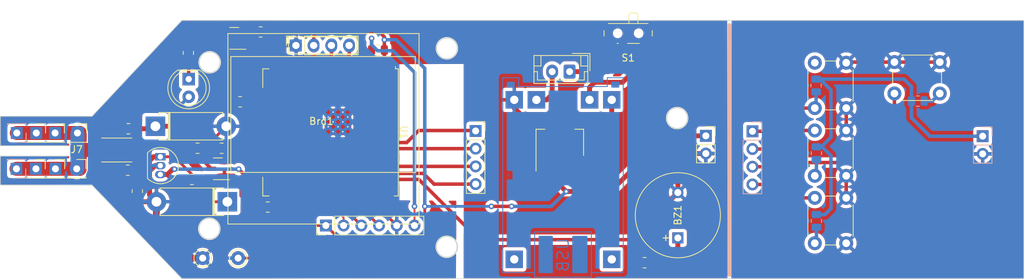
<source format=kicad_pcb>
(kicad_pcb (version 20221018) (generator pcbnew)
  (title_block (title "Control tool for car") (company "@Manyjack, @svdpfaf"))
  (layers (0 "F.Cu" signal) (31 "B.Cu" signal) (34 "B.Paste" user) (35 "F.Paste" user) (36 "B.SilkS" user "B.Silkscreen") (37 "F.SilkS" user "F.Silkscreen") (38 "B.Mask" user) (39 "F.Mask" user) (44 "Edge.Cuts" user))
  (net 0 "")
  (net 1 "GND")
  (net 2 "MC_REF")
  (net 3 "Key1")
  (net 4 "Key3")
  (net 5 "MC_D9")
  (net 6 "Key2")
  (net 7 "DSP_SDA")
  (net 8 "DSP_SCK")
  (net 9 "MC_A7")
  (net 10 "VCC")
  (net 11 "Net-(D1-K)")
  (net 12 "Net-(Q2-D)")
  (net 13 "ESP_IO0")
  (net 19 "Net-(D3-K)")
  (net 21 "Net-(BZ1-Pad1)")
  (net 29 "unconnected-(U1-IO2-Pad24)")
  (net 32 "ESP_RX")
  (net 33 "ESP_TX")
  (net 36 "SHUNT")
  (net 37 "Net-(J5-Pad2)")
  (net 39 "Net-(S1-P)")
  (net 41 "Key4")
  (net 42 "MK_BUZZ")
  (net 43 "ESP_RES")
  (net 44 "Net-(S1-O)")
  (net 47 "unconnected-(U3-VI-Pad3)")
  (net 48 "Net-(Q2-G)")
  (net 50 "Net-(Q1-G)")
  (net 51 "Net-(Q1-D)")
  (net 52 "MC_LIGNT")
  (footprint "Connector_JST:JST_EH_B2B-EH-A_1x02_P2.50mm_Vertical" (layer "F.Cu") (at 149.586 101.3412 180)
    (fp_text reference "J5" hide)
    (fp_text value "JST_02" hide)
  )
  (footprint "Connector_PinSocket_2.54mm:PinSocket_1x01_P2.54mm_Vertical" (layer "F.Cu") (at 79.0448 110.1344)
    (fp_text reference "J6" hide)
    (fp_text value "Conn_01x01_Pin" hide)
  )
  (footprint "Connector_PinSocket_2.54mm:PinSocket_1x01_P2.54mm_Vertical" (layer "F.Cu") (at 75.8952 115.2652)
    (fp_text reference "J16" hide)
    (fp_text value "Conn_01x01_Pin" hide)
  )
  (footprint "Connector_PinSocket_2.54mm:PinSocket_1x04_P2.54mm_Vertical" (layer "F.Cu") (at 136.1182 109.8396)
    (fp_text reference "J12" hide)
    (fp_text value "PINHD_1x4_Female" hide)
  )
  (footprint "Resistor_SMD:R_0805_2012Metric" (layer "F.Cu") (at 106.3244 120.7516 180)
    (fp_text reference "R11" hide)
    (fp_text value "10K" hide)
  )
  (footprint "Resistor_SMD:R_0805_2012Metric" (layer "F.Cu") (at 102.3639 105.664)
    (fp_text reference "R15" hide)
    (fp_text value "100" hide)
  )
  (footprint "Connector_PinSocket_2.54mm:PinSocket_1x01_P2.54mm_Vertical" (layer "F.Cu") (at 73.152 110.1344)
    (fp_text reference "J13" hide)
    (fp_text value "Conn_01x01_Pin" hide)
  )
  (footprint "Resistor_SMD:R_0805_2012Metric" (layer "F.Cu") (at 160.3267 128.7272 180)
    (fp_text reference "R14" hide)
    (fp_text value "380" hide)
  )
  (footprint "Diode_THT:D_5W_P10.16mm_Horizontal" (layer "F.Cu") (at 90.2208 109.1692)
    (fp_text reference "D2" hide)
    (fp_text value "3V3" hide)
  )
  (footprint "Resistor_SMD:R_0805_2012Metric" (layer "F.Cu") (at 96.2641 112.3188 180)
    (fp_text reference "R5" hide)
    (fp_text value "10K" hide)
  )
  (footprint "Package_TO_SOT_SMD:SOT-223-3_TabPin2" (layer "F.Cu") (at 148.184 111.5056 90)
    (fp_text reference "U3" hide)
    (fp_text value "AMS1117-3.3" hide)
  )
  (footprint "Button_Switch_THT:SW_PUSH_6mm_H4.3mm" (layer "F.Cu") (at 196.1388 99.9744)
    (fp_text reference "SW4" hide)
    (fp_text value "Push_Button" hide)
  )
  (footprint "RF_Module:ESP32-WROOM-32UE" (layer "F.Cu") (at 115.3204 110.0452 -90)
    (fp_text reference "U1")
    (fp_text value "ESP32-WROOM-32" hide)
  )
  (footprint "Package_TO_SOT_SMD:SOT-23" (layer "F.Cu") (at 99.1847 115.2652 180)
    (fp_text reference "Q2" hide)
    (fp_text value "AOT3400" hide)
  )
  (footprint "Resistor_SMD:R_0805_2012Metric" (layer "F.Cu") (at 86.36 109.5248 180)
    (fp_text reference "R6" hide)
    (fp_text value "100K" hide)
  )
  (footprint "Resistor_SMD:R_0805_2012Metric" (layer "F.Cu") (at 105.3103 95.6564)
    (fp_text reference "R16" hide)
    (fp_text value "100" hide)
  )
  (footprint "Connector_PinSocket_2.54mm:PinSocket_1x01_P2.54mm_Vertical" (layer "F.Cu") (at 78.9432 115.2652)
    (fp_text reference "J7")
    (fp_text value "Conn_01x01_Pin" hide)
  )
  (footprint "Connector_PinSocket_2.54mm:PinSocket_1x01_P2.54mm_Vertical" (layer "F.Cu") (at 73.1012 115.2652)
    (fp_text reference "J15" hide)
    (fp_text value "Conn_01x01_Pin" hide)
  )
  (footprint "Resistor_SMD:R_2512_6332Metric" (layer "F.Cu") (at 84.6836 112.5728 180)
    (fp_text reference "R1" hide)
    (fp_text value "100" hide)
  )
  (footprint "Diode_THT:D_5W_P10.16mm_Horizontal" (layer "F.Cu") (at 100.5332 119.9896 180)
    (fp_text reference "D1" hide)
    (fp_text value "36V0" hide)
  )
  (footprint "Resistor_SMD:R_0805_2012Metric" (layer "F.Cu") (at 86.2584 115.4684 180)
    (fp_text reference "R2" hide)
    (fp_text value "5k" hide)
  )
  (footprint "Connector_PinSocket_2.54mm:PinSocket_1x04_P2.54mm_Vertical" (layer "F.Cu") (at 110.3376 97.5868 90)
    (fp_text reference "J9" hide)
    (fp_text value "PINHD_1x4_Female" hide)
  )
  (footprint "Resistor_SMD:R_0805_2012Metric" (layer "F.Cu") (at 95.4513 116.7892 180)
    (fp_text reference "R7" hide)
    (fp_text value "10K" hide)
  )
  (footprint "Connector_PinSocket_2.54mm:PinSocket_1x01_P2.54mm_Vertical" (layer "F.Cu") (at 75.8444 110.1344)
    (fp_text reference "J14" hide)
    (fp_text value "Conn_01x01_Pin" hide)
  )
  (footprint "Resistor_SMD:R_0805_2012Metric" (layer "F.Cu") (at 87.63 118.4656 90)
    (fp_text reference "R3" hide)
    (fp_text value "100K" hide)
  )
  (footprint "Connector_Pin:Pin_D1.0mm_L10.0mm" (layer "F.Cu") (at 97 128.0668 180)
    (fp_text reference "J4" hide)
    (fp_text value "GROUND")
  )
  (footprint "Button_Switch_THT:SW_PUSH_6mm_H4.3mm" (layer "F.Cu") (at 189.23 100.0674 -90)
    (fp_text reference "SW1" hide)
    (fp_text value "Push_Button" hide)
  )
  (footprint "Package_TO_SOT_THT:TO-92_Inline" (layer "F.Cu") (at 90.932 113.538 -90)
    (fp_text reference "U2" hide)
    (fp_text value "TL431LP" hide)
  )
  (footprint "Resistor_SMD:R_0805_2012Metric" (layer "F.Cu") (at 94.9452 98.6517 90)
    (fp_text reference "R17" hide)
    (fp_text value "100" hide)
  )
  (footprint "Connector_PinHeader_2.54mm:PinHeader_1x06_P2.54mm_Vertical" (layer "F.Cu") (at 114.6556 123.3932 90)
    (fp_text reference "J2" hide)
    (fp_text value "HW_PRG" hide)
  )
  (footprint "SSD1306-128x64:SSD1306" (layer "F.Cu") (at 114.0084 108.1868)
    (fp_text reference "Brd1")
    (fp_text value "SSD1306 128x64" hide)
  )
  (footprint "Button_Switch_THT:SW_PUSH_6mm_H4.3mm" (layer "F.Cu") (at 189.23 119.4332 -90)
    (fp_text reference "SW2" hide)
    (fp_text value "Push_Button" hide)
  )
  (footprint "Connector_PinSocket_2.54mm:PinSocket_1x02_P2.54mm_Vertical" (layer "F.Cu") (at 169.1132 110.5408)
    (fp_text reference "J10" hide)
    (fp_text value "PINHD_1x2_Female" hide)
  )
  (footprint "Resistor_SMD:R_0805_2012Metric" (layer "F.Cu") (at 122.1251 98.2472 180)
    (fp_text reference "R13" hide)
    (fp_text value "10K" hide)
  )
  (footprint "Buzzer_Beeper:MagneticBuzzer_ProSignal_ABT-410-RC" (layer "F.Cu") (at 165.1 125.1712 90)
    (fp_text reference "BZ1")
    (fp_text value "Buzzer_5V" hide)
  )
  (footprint "LED_THT:LED_D5.0mm" (layer "F.Cu") (at 94.996 102.4128 -90)
    (fp_text reference "D3" hide)
    (fp_text value "LED" hide)
  )
  (footprint "Button_Switch_SMD:SW_SPDT_PCM12" (layer "F.Cu") (at 157.9804 96.172 180)
    (fp_text reference "S1")
    (fp_text value "~")
  )
  (footprint "Button_Switch_THT:SW_PUSH_6mm_H4.3mm" (layer "F.Cu") (at 189.23 109.7702 -90)
    (fp_text reference "SW3" hide)
    (fp_text value "Push_Button" hide)
  )
  (footprint "Connector_Pin:Pin_D1.0mm_L10.0mm" (layer "F.Cu") (at 102.08 128.0668)
    (fp_text reference "J17" hide)
    (fp_text value "+")
  )
  (footprint "Package_TO_SOT_SMD:SOT-23" (layer "F.Cu") (at 101.5261 96.5708 180)
    (fp_text reference "Q1" hide)
    (fp_text value "AOT3400" hide)
  )
  (footprint "Resistor_SMD:R_0805_2012Metric" (layer "F.Cu") (at 99.7204 112.3188 180)
    (fp_text reference "R4" hide)
    (fp_text value "50K" hide)
  )
  (footprint "Resistor_SMD:R_0805_2012Metric" (layer "B.Cu") (at 184.9628 122.7347 -90)
    (fp_text reference "R9" hide)
    (fp_text value "10K" hide)
  )
  (footprint "Connector_PinSocket_2.54mm:PinSocket_1x01_P2.54mm_Vertical" (layer "B.Cu") (at 70.358 110.1344)
    (fp_text reference "J1" hide)
    (fp_text value "Conn_01x01_Pin" hide)
  )
  (footprint "Connector_PinHeader_2.54mm:PinHeader_1x04_P2.54mm_Vertical" (layer "B.Cu") (at 175.793 109.8904 180)
    (fp_text reference "J11" hide)
    (fp_text value "PINHD_1x4_Male" hide)
  )
  (footprint "Connector_PinSocket_2.54mm:PinSocket_1x01_P2.54mm_Vertical" (layer "B.Cu") (at 70.3072 115.2652)
    (fp_text reference "J3" hide)
    (fp_text value "Conn_01x01_Pin" hide)
  )
  (footprint "Resistor_SMD:R_0805_2012Metric" (layer "B.Cu") (at 199.4916 105.5624)
    (fp_text reference "R12" hide)
    (fp_text value "10K" hide)
  )
  (footprint "Resistor_SMD:R_0805_2012Metric" (layer "B.Cu") (at 184.9628 113.03 -90)
    (fp_text reference "R10" hide)
    (fp_text value "10K" hide)
  )
  (footprint "Library-BAT-CHARG-TP4056:BATTERY-CHARGER-LI-PROT" (layer "B.Cu") (at 148.6408 116.1796 90)
    (fp_text reference "Module-TP4056" hide)
    (fp_text value "~")
  )
  (footprint "Resistor_SMD:R_0805_2012Metric" (layer "B.Cu") (at 184.912 103.3272 -90)
    (fp_text reference "R8" hide)
    (fp_text value "10K" hide)
  )
  (footprint "Connector_PinHeader_2.54mm:PinHeader_1x02_P2.54mm_Vertical" (layer "B.Cu") (at 208.788 110.5916 180)
    (fp_text reference "J8" hide)
    (fp_text value "PINHD_1x2_Male" hide)
  )
  (gr_line (start 172.5 94.6404) (end 172.5 130.5052) (stroke (width 0.5)) (layer "B.SilkS"))
  (gr_line (start 172.5 94.6404) (end 172.5 130.5052) (stroke (width 0.5)) (layer "F.SilkS"))
  (gr_circle (center 97.9492 123.8608) (end 99.4692 123.8608) (stroke (width 0.2)) (fill none) (layer "Edge.Cuts"))
  (gr_line (start 78 113.4364) (end 68 113.4364) (stroke (width 0.1)) (layer "Edge.Cuts"))
  (gr_line (start 81.1276 117.602) (end 94 131) (stroke (width 0.1)) (layer "Edge.Cuts"))
  (gr_line (start 81.1276 107.7468) (end 94 94) (stroke (width 0.1)) (layer "Edge.Cuts"))
  (gr_circle (center 165 108) (end 166.52 108) (stroke (width 0.2)) (fill none) (layer "Edge.Cuts"))
  (gr_line (start 68 111.9632) (end 78 111.9632) (stroke (width 0.1)) (layer "Edge.Cuts"))
  (gr_line (start 94 94) (end 214.6808 94) (stroke (width 0.1)) (layer "Edge.Cuts"))
  (gr_circle (center 132 98) (end 133.52 98) (stroke (width 0.2)) (fill none) (layer "Edge.Cuts"))
  (gr_line (start 68 117.602) (end 81.1276 117.602) (stroke (width 0.1)) (layer "Edge.Cuts"))
  (gr_line (start 68 113.4364) (end 68 117.602) (stroke (width 0.1)) (layer "Edge.Cuts"))
  (gr_line (start 68 111.9632) (end 68 107.7468) (stroke (width 0.1)) (layer "Edge.Cuts"))
  (gr_line (start 214.6808 94) (end 214.6808 131) (stroke (width 0.1)) (layer "Edge.Cuts"))
  (gr_line (start 68 107.7468) (end 81.1276 107.7468) (stroke (width 0.1)) (layer "Edge.Cuts"))
  (gr_line (start 214.6808 131) (end 94 131) (stroke (width 0.1)) (layer "Edge.Cuts"))
  (gr_circle (center 131.9784 126.4412) (end 133.4984 126.4412) (stroke (width 0.2)) (fill none) (layer "Edge.Cuts"))
  (gr_line (start 78 111.9632) (end 78 113.4364) (stroke (width 0.1)) (layer "Edge.Cuts"))
  (gr_circle (center 98 100) (end 99.52 100) (stroke (width 0.2)) (fill none) (layer "Edge.Cuts"))
  (gr_text "V1.4" (at 165.608 96.9772) (layer "F.Cu") (effects (font (size 1.5 1.5) (thickness 0.3) bold) (justify left bottom)))
  (segment (start 90.3732 123.2408) (end 90.3732 119.9896) (width 1) (layer "F.Cu") (net 1))
  (segment (start 205.3336 111.4552) (end 207.01 113.1316) (width 0.5) (layer "F.Cu") (net 1))
  (segment (start 189.323 99.9744) (end 189.23 100.0674) (width 0.25) (layer "F.Cu") (net 1))
  (segment (start 90.932 114.808) (end 90.185675 114.808) (width 0.7) (layer "F.Cu") (net 1))
  (segment (start 95.1992 128.0668) (end 97.0788 128.0668) (width 1) (layer "F.Cu") (net 1))
  (segment (start 148.4884 119.5832) (end 145.884 116.9788) (width 0.7) (layer "F.Cu") (net 1))
  (segment (start 90.3732 123.2408) (end 95.1992 128.0668) (width 1) (layer "F.Cu") (net 1))
  (segment (start 90.9828 123.8504) (end 90.3732 123.2408) (width 1) (layer "F.Cu") (net 1))
  (segment (start 123.7304 122.308) (end 123.7304 118.7952) (width 0.4) (layer "F.Cu") (net 1))
  (segment (start 189.23 116.2702) (end 189.23 119.4332) (width 0.5) (layer "F.Cu") (net 1))
  (segment (start 145.884 116.9788) (end 145.884 114.6556) (width 0.7) (layer "F.Cu") (net 1))
  (segment (start 145.884 114.6556) (end 145.884 110.7812) (width 0.7) (layer "F.Cu") (net 1))
  (segment (start 207.01 113.1316) (end 208.788 113.1316) (width 0.5) (layer "F.Cu") (net 1))
  (segment (start 167.4368 113.0808) (end 165.1 115.4176) (width 0.7) (layer "F.Cu") (net 1))
  (segment (start 145.884 110.7812) (end 141.6558 106.553) (width 0.7) (layer "F.Cu") (net 1))
  (segment (start 89.385788 119.002188) (end 90.3732 119.9896) (width 0.7) (layer "F.Cu") (net 1))
  (segment (start 164.188 119.5832) (end 148.4884 119.5832) (width 0.7) (layer "F.Cu") (net 1))
  (segment (start 196.0458 100.0674) (end 196.1388 99.9744) (width 0.25) (layer "F.Cu") (net 1))
  (segment (start 196.1388 99.9744) (end 189.323 99.9744) (width 0.5) (layer "F.Cu") (net 1))
  (segment (start 97.4814 112.1156) (end 96.9734 112.6236) (width 0.25) (layer "F.Cu") (net 1))
  (segment (start 189.2029 106.5682) (end 189.2021 106.5674) (width 0.25) (layer "F.Cu") (net 1))
  (segment (start 124.8156 123.3932) (end 123.7304 122.308) (width 0.4) (layer "F.Cu") (net 1))
  (segment (start 169.1132 113.0808) (end 167.4368 113.0808) (width 0.7) (layer "F.Cu") (net 1))
  (segment (start 202.6388 99.9744) (end 205.3336 102.6692) (width 0.5) (layer "F.Cu") (net 1))
  (segment (start 89.385788 115.607887) (end 89.385788 119.002188) (width 0.7) (layer "F.Cu") (net 1))
  (segment (start 165.1 115.4176) (end 165.1 118.6712) (width 0.7) (layer "F.Cu") (net 1))
  (segment (start 189.23 106.5674) (end 189.23 109.7702) (width 0.5) (layer "F.Cu") (net 1))
  (segment (start 90.185675 114.808) (end 89.385788 115.607887) (width 0.7) (layer "F.Cu") (net 1))
  (segment (start 98.8079 110.7421) (end 100.3808 109.1692) (width 0.4) (layer "F.Cu") (net 1))
  (segment (start 88.2415 119.9896) (end 87.63 119.3781) (width 0.7) (layer "F.Cu") (net 1))
  (segment (start 98.8079 112.3188) (end 97.1766 112.3188) (width 0.7) (layer "F.Cu") (net 1))
  (segment (start 98.8079 112.3188) (end 98.8079 110.7421) (width 0.4) (layer "F.Cu") (net 1))
  (segment (start 141.6558 106.553) (end 141.6558 105.3846) (width 0.7) (layer "F.Cu") (net 1))
  (segment (start 196.1388 99.9744) (end 202.6388 99.9744) (width 0.5) (layer "F.Cu") (net 1))
  (segment (start 90.3732 119.9896) (end 88.2415 119.9896) (width 0.7) (layer "F.Cu") (net 1))
  (segment (start 205.3336 102.6692) (end 205.3336 111.4552) (width 0.5) (layer "F.Cu") (net 1))
  (segment (start 165.1 118.6712) (end 164.188 119.5832) (width 0.7) (layer "F.Cu") (net 1))
  (segment (start 102.1588 115.316) (end 104.1908 117.348) (width 0.5) (layer "F.Cu") (net 2))
  (segment (start 92.964 115.316) (end 93.0148 115.316) (width 0.7) (layer "F.Cu") (net 2))
  (segment (start 90.932 116.078) (end 91.948 116.078) (width 0.7) (layer "F.Cu") (net 2))
  (segment (start 108.1532 117.348) (end 108.4904 117.6852) (width 0.5) (layer "F.Cu") (net 2))
  (segment (start 91.948 116.078) (end 92.6592 116.7892) (width 0.7) (layer "F.Cu") (net 2))
  (segment (start 104.1908 117.348) (end 108.1532 117.348) (width 0.5) (layer "F.Cu") (net 2))
  (segment (start 92.6592 116.7892) (end 94.5388 116.7892) (width 0.7) (layer "F.Cu") (net 2))
  (segment (start 92.71 115.316) (end 92.964 115.316) (width 0.7) (layer "F.Cu") (net 2))
  (segment (start 91.948 116.078) (end 92.71 115.316) (width 0.7) (layer "F.Cu") (net 2))
  (segment (start 108.4904 117.6852) (end 108.4904 118.7952) (width 0.5) (layer "F.Cu") (net 2))
  (via (at 102.1588 115.316) (size 0.8) (drill 0.4) (layers "F.Cu" "B.Cu") (net 2))
  (via (at 92.964 115.316) (size 0.8) (drill 0.4) (layers "F.Cu" "B.Cu") (net 2))
  (segment (start 92.964 115.316) (end 102.1588 115.316) (width 0.5) (layer "B.Cu") (net 2))
  (segment (start 126.238 111.506) (end 127.9652 109.7788) (width 0.5) (layer "F.Cu") (net 3))
  (segment (start 127.9652 109.7788) (end 136.0574 109.7788) (width 0.5) (layer "F.Cu") (net 3))
  (segment (start 179.1108 109.8904) (end 182.4338 106.5674) (width 0.5) (layer "F.Cu") (net 3))
  (segment (start 182.4338 106.5674) (end 184.73 106.5674) (width 0.5) (layer "F.Cu") (net 3))
  (segment (start 115.2652 111.506) (end 126.238 111.506) (width 0.5) (layer "F.Cu") (net 3))
  (segment (start 175.793 109.8904) (end 179.1108 109.8904) (width 0.5) (layer "F.Cu") (net 3))
  (segment (start 109.7604 118.7952) (end 109.7604 117.0108) (width 0.5) (layer "F.Cu") (net 3))
  (segment (start 109.7604 117.0108) (end 115.2652 111.506) (width 0.5) (layer "F.Cu") (net 3))
  (segment (start 136.0574 109.7788) (end 136.1182 109.8396) (width 0.5) (layer "F.Cu") (net 3))
  (segment (start 184.912 104.2397) (end 184.912 106.3854) (width 0.5) (layer "B.Cu") (net 3))
  (segment (start 184.912 106.3854) (end 184.73 106.5674) (width 0.25) (layer "B.Cu") (net 3))
  (segment (start 128.6256 115.9256) (end 130.1596 117.4596) (width 0.5) (layer "F.Cu") (net 4))
  (segment (start 179.6896 117.5104) (end 175.793 117.5104) (width 0.5) (layer "F.Cu") (net 4))
  (segment (start 114.8404 118.0776) (end 116.9924 115.9256) (width 0.5) (layer "F.Cu") (net 4))
  (segment (start 114.8404 118.7952) (end 114.8404 118.0776) (width 0.5) (layer "F.Cu") (net 4))
  (segment (start 184.73 119.4332) (end 181.6124 119.4332) (width 0.5) (layer "F.Cu") (net 4))
  (segment (start 116.9924 115.9256) (end 128.6256 115.9256) (width 0.5) (layer "F.Cu") (net 4))
  (segment (start 130.1596 117.4596) (end 136.1182 117.4596) (width 0.5) (layer "F.Cu") (net 4))
  (segment (start 181.6124 119.4332) (end 179.6896 117.5104) (width 0.5) (layer "F.Cu") (net 4))
  (segment (start 184.9628 125.7004) (end 184.73 125.9332) (width 0.25) (layer "B.Cu") (net 4))
  (segment (start 184.9628 123.6472) (end 184.9628 125.7004) (width 0.5) (layer "B.Cu") (net 4))
  (segment (start 104.4956 105.6002) (end 105.9704 105.6002) (width 0.7) (layer "F.Cu") (net 5))
  (segment (start 103.8482 105.6002) (end 104.4956 105.6002) (width 0.7) (layer "F.Cu") (net 5))
  (segment (start 104.4318 105.664) (end 103.2764 105.664) (width 0.7) (layer "F.Cu") (net 5))
  (segment (start 104.4956 105.6002) (end 104.4318 105.664) (width 0.7) (layer "F.Cu") (net 5))
  (segment (start 182.1774 109.7702) (end 179.5172 112.4304) (width 0.5) (layer "F.Cu") (net 6))
  (segment (start 116.4236 112.3796) (end 136.1182 112.3796) (width 0.5) (layer "F.Cu") (net 6))
  (segment (start 179.5172 112.4304) (end 175.793 112.4304) (width 0.5) (layer "F.Cu") (net 6))
  (segment (start 184.73 109.7702) (end 182.1774 109.7702) (width 0.5) (layer "F.Cu") (net 6))
  (segment (start 111.0304 118.7952) (end 111.0304 117.7728) (width 0.5) (layer "F.Cu") (net 6))
  (segment (start 111.0304 117.7728) (end 116.4236 112.3796) (width 0.5) (layer "F.Cu") (net 6))
  (segment (start 184.9628 116.0374) (end 184.73 116.2702) (width 0.25) (layer "B.Cu") (net 6))
  (segment (start 184.9628 113.9425) (end 184.9628 116.0374) (width 0.5) (layer "B.Cu") (net 6))
  (segment (start 111.0304 100.5452) (end 111.4804 100.0952) (width 0.5) (layer "F.Cu") (net 7))
  (segment (start 116.8208 100.0952) (end 112.2304 100.0952) (width 0.5) (layer "F.Cu") (net 7))
  (segment (start 111.4804 100.0952) (end 112.2304 100.0952) (width 0.5) (layer "F.Cu") (net 7))
  (segment (start 118.0084 97.5868) (end 118.0084 98.9076) (width 0.5) (layer "F.Cu") (net 7))
  (segment (start 118.0084 98.9076) (end 116.8208 100.0952) (width 0.5) (layer "F.Cu") (net 7))
  (segment (start 111.0304 101.2952) (end 111.0304 100.5452) (width 0.5) (layer "F.Cu") (net 7))
  (segment (start 115.4684 97.5868) (end 115.4684 99.2124) (width 0.5) (layer "F.Cu") (net 8))
  (segment (start 110.6932 99.2124) (end 109.7604 100.1452) (width 0.5) (layer "F.Cu") (net 8))
  (segment (start 109.7604 100.1452) (end 109.7604 101.2952) (width 0.5) (layer "F.Cu") (net 8))
  (segment (start 115.4684 99.2124) (end 110.6932 99.2124) (width 0.5) (layer "F.Cu") (net 8))
  (segment (start 87.2725 109.5248) (end 89.8652 109.5248) (width 0.7) (layer "F.Cu") (net 9))
  (segment (start 95.3516 112.3188) (end 95.3516 109.22) (width 0.5) (layer "F.Cu") (net 9))
  (segment (start 92.202 109.1692) (end 95.1484 112.1156) (width 0.7) (layer "F.Cu") (net 9))
  (segment (start 107.2204 99.5496) (end 107.2204 101.2952) (width 0.5) (layer "F.Cu") (net 9))
  (segment (start 106.934 99.2632) (end 107.2204 99.5496) (width 0.5) (layer "F.Cu") (net 9))
  (segment (start 105.3084 99.2632) (end 106.934 99.2632) (width 0.5) (layer "F.Cu") (net 9))
  (segment (start 95.3516 109.22) (end 105.3084 99.2632) (width 0.5) (layer "F.Cu") (net 9))
  (segment (start 89.8652 109.5248) (end 90.2208 109.1692) (width 0.25) (layer "F.Cu") (net 9))
  (segment (start 90.2208 109.1692) (end 92.202 109.1692) (width 0.7) (layer "F.Cu") (net 9))
  (segment (start 95.1484 112.1156) (end 95.1484 112.6236) (width 0.7) (layer "F.Cu") (net 9))
  (segment (start 102.4636 119.126) (end 102.4636 118.1608) (width 0.4) (layer "F.Cu") (net 10))
  (segment (start 116.2812 125.0188) (end 128.016 125.0188) (width 0.4) (layer "F.Cu") (net 10))
  (segment (start 155.448 118.5164) (end 149.098 118.5164) (width 0.7) (layer "F.Cu") (net 10))
  (segment (start 105.4119 120.7516) (end 105.4119 122.0743) (width 0.5) (layer "F.Cu") (net 10))
  (segment (start 123.0376 96.3676) (end 123.0376 96.774) (width 0.5) (layer "F.Cu") (net 10))
  (segment (start 128.8288 124.206) (end 128.8288 120.65) (width 0.4) (layer "F.Cu") (net 10))
  (segment (start 97.1258 117.5512) (end 101.854 117.5512) (width 0.4) (layer "F.Cu") (net 10))
  (segment (start 112.9284 97.5868) (end 112.9284 96.266) (width 0.5) (layer "F.Cu") (net 10))
  (segment (start 104.0384 128.0668) (end 102.08 128.0668) (width 0.4) (layer "F.Cu") (net 10))
  (segment (start 101.854 117.5512) (end 102.4636 118.1608) (width 0.4) (layer "F.Cu") (net 10))
  (segment (start 169.1132 110.5408) (end 163.4236 110.5408) (width 0.7) (layer "F.Cu") (net 10))
  (segment (start 148.184 117.6024) (end 148.184 114.6556) (width 0.7) (layer "F.Cu") (net 10))
  (segment (start 106.7308 125.3744) (end 104.0384 128.0668) (width 0.4) (layer "F.Cu") (net 10))
  (segment (start 105.4354 122.0978) (end 102.4636 119.126) (width 0.4) (layer "F.Cu") (net 10))
  (segment (start 128.016 125.0188) (end 128.8288 124.206) (width 0.4) (layer "F.Cu") (net 10))
  (segment (start 163.4236 110.5408) (end 155.448 118.5164) (width 0.7) (layer "F.Cu") (net 10))
  (segment (start 149.098 118.5164) (end 148.184 117.6024) (width 0.7) (layer "F.Cu") (net 10))
  (segment (start 122.4604 100.0436) (end 122.4604 101.2952) (width 0.5) (layer "F.Cu") (net 10))
  (segment (start 138.3792 120.65) (end 141.2748 120.65) (width 0.5) (layer "F.Cu") (net 10))
  (segment (start 105.4119 122.0743) (end 105.4354 122.0978) (width 0.25) (layer "F.Cu") (net 10))
  (segment (start 112.9284 96.266) (end 113.6396 95.5548) (width 0.5) (layer "F.Cu") (net 10))
  (segment (start 106.7308 123.3932) (end 106.7308 125.3744) (width 0.4) (layer "F.Cu") (net 10))
  (segment (start 114.6556 123.3932) (end 116.2812 125.0188) (width 0.4) (layer "F.Cu") (net 10))
  (segment (start 113.6396 95.5548) (end 122.2248 95.5548) (width 0.5) (layer "F.Cu") (net 10))
  (segment (start 123.0376 99.4664) (end 122.4604 100.0436) (width 0.5) (layer "F.Cu") (net 10))
  (segment (start 122.2248 95.5548) (end 123.0376 96.3676) (width 0.5) (layer "F.Cu") (net 10))
  (segment (start 96.3638 116.7892) (end 97.1258 117.5512) (width 0.4) (layer "F.Cu") (net 10))
  (segment (start 148.184 114.6556) (end 148.184 108.3556) (width 1) (layer "F.Cu") (net 10))
  (segment (start 114.6556 123.3932) (end 106.7308 123.3932) (width 0.4) (layer "F.Cu") (net 10))
  (segment (start 123.0376 98.2472) (end 123.0376 99.4664) (width 0.5) (layer "F.Cu") (net 10))
  (segment (start 123.0376 96.774) (end 123.0376 98.2472) (width 0.5) (layer "F.Cu") (net 10))
  (segment (start 106.7308 123.3932) (end 105.4354 122.0978) (width 0.4) (layer "F.Cu") (net 10))
  (via (at 138.3792 120.65) (size 0.8) (drill 0.4) (layers "F.Cu" "B.Cu") (net 10))
  (via (at 141.2748 120.65) (size 0.8) (drill 0.4) (layers "F.Cu" "B.Cu") (net 10))
  (via (at 128.8288 120.65) (size 0.8) (drill 0.4) (layers "F.Cu" "B.Cu") (net 10))
  (via (at 123.0376 96.774) (size 0.8) (drill 0.4) (layers "F.Cu" "B.Cu") (net 10))
  (via (at 149.098 118.5164) (size 0.8) (drill 0.4) (layers "F.Cu" "B.Cu") (net 10))
  (segment (start 128.8288 100.8888) (end 128.8288 120.65) (width 0.5) (layer "B.Cu") (net 10))
  (segment (start 89.2556 112.522) (end 89.2556 117.094) (width 0.5) (layer "B.Cu") (net 10))
  (segment (start 187.0456 120.9548) (end 187.0456 113.3856) (width 0.5) (layer "B.Cu") (net 10))
  (segment (start 185.4727 102.4147) (end 184.912 102.4147) (width 0.5) (layer "B.Cu") (net 10))
  (segment (start 89.916 117.7544) (end 91.44 117.7544) (width 0.5) (layer "B.Cu") (net 10))
  (segment (start 94.996 104.9528) (end 93.5736 106.3752) (width 0.5) (layer "B.Cu") (net 10))
  (segment (start 184.9628 121.8222) (end 186.1782 121.8222) (width 0.5) (layer "B.Cu") (net 10))
  (segment (start 198.5791 103.4815) (end 198.5791 105.5624) (width 0.5) (layer "B.Cu") (net 10))
  (segment (start 184.912 102.4147) (end 197.5123 102.4147) (width 0.5) (layer "B.Cu") (net 10))
  (segment (start 124.714 96.774) (end 128.8288 100.8888) (width 0.5) (layer "B.Cu") (net 10))
  (segment (start 146.9644 120.65) (end 141.2748 120.65) (width 0.5) (layer "B.Cu") (net 10))
  (segment (start 91.44 117.7544) (end 93.5736 119.888) (width 0.5) (layer "B.Cu") (net 10))
  (segment (start 93.5736 119.888) (end 93.5736 121.99959) (width 0.5) (layer "B.Cu") (net 10))
  (segment (start 197.5123 102.4147) (end 198.5791 103.4815) (width 0.5) (layer "B.Cu") (net 10))
  (segment (start 201.2188 110.5916) (end 208.788 110.5916) (width 0.5) (layer "B.Cu") (net 10))
  (segment (start 187.0456 110.744) (end 187.0456 103.9876) (width 0.5) (layer "B.Cu") (net 10))
  (segment (start 185.6721 112.1175) (end 187.0456 110.744) (width 0.5) (layer "B.Cu") (net 10))
  (segment (start 186.1782 121.8222) (end 187.0456 120.9548) (width 0.5) (layer "B.Cu") (net 10))
  (segment (start 128.8288 120.65) (end 138.3792 120.65) (width 0.4) (layer "B.Cu") (net 10))
  (segment (start 92.1512 111.9124) (end 89.8652 111.9124) (width 0.5) (layer "B.Cu") (net 10))
  (segment (start 93.5736 121.99959) (end 99.64081 128.0668) (width 0.5) (layer "B.Cu") (net 10))
  (segment (start 93.5736 110.49) (end 92.1512 111.9124) (width 0.5) (layer "B.Cu") (net 10))
  (segment (start 198.5791 107.9519) (end 201.2188 110.5916) (width 0.5) (layer "B.Cu") (net 10))
  (segment (start 99.64081 128.0668) (end 102.08 128.0668) (width 0.5) (layer "B.Cu") (net 10))
  (segment (start 187.0456 103.9876) (end 185.4727 102.4147) (width 0.5) (layer "B.Cu") (net 10))
  (segment (start 93.5736 106.3752) (end 93.5736 110.49) (width 0.5) (layer "B.Cu") (net 10))
  (segment (start 89.2556 117.094) (end 89.916 117.7544) (width 0.5) (layer "B.Cu") (net 10))
  (segment (start 123.0376 96.774) (end 124.714 96.774) (width 0.5) (layer "B.Cu") (net 10))
  (segment (start 149.098 118.5164) (end 146.9644 120.65) (width 0.5) (layer "B.Cu") (net 10))
  (segment (start 184.9628 112.1175) (end 185.6721 112.1175) (width 0.5) (layer "B.Cu") (net 10))
  (segment (start 187.0456 113.3856) (end 185.7775 112.1175) (width 0.5) (layer "B.Cu") (net 10))
  (segment (start 185.7775 112.1175) (end 184.9628 112.1175) (width 0.5) (layer "B.Cu") (net 10))
  (segment (start 198.5791 105.5624) (end 198.5791 107.9519) (width 0.5) (layer "B.Cu") (net 10))
  (segment (start 89.8652 111.9124) (end 89.2556 112.522) (width 0.5) (layer "B.Cu") (net 10))
  (segment (start 95.4513 116.06996) (end 95.4513 118.5653) (width 0.35) (layer "F.Cu") (net 11))
  (segment (start 92.91934 113.538) (end 95.4513 116.06996) (width 0.4) (layer "F.Cu") (net 11))
  (segment (start 87.1709 115.4684) (end 88.024972 115.4684) (width 0.7) (layer "F.Cu") (net 11))
  (segment (start 87.63 117.5531) (end 87.63 115.9275) (width 0.7) (layer "F.Cu") (net 11))
  (segment (start 90.932 113.538) (end 92.91934 113.538) (width 0.4) (layer "F.Cu") (net 11))
  (segment (start 87.63 115.9275) (end 87.1709 115.4684) (width 0.7) (layer "F.Cu") (net 11))
  (segment (start 89.955372 113.538) (end 90.932 113.538) (width 0.7) (layer "F.Cu") (net 11))
  (segment (start 95.4513 118.5653) (end 96.8756 119.9896) (width 0.4) (layer "F.Cu") (net 11))
  (segment (start 96.8756 119.9896) (end 100.5332 119.9896) (width 0.4) (layer "F.Cu") (net 11))
  (segment (start 88.024972 115.4684) (end 89.955372 113.538) (width 0.7) (layer "F.Cu") (net 11))
  (segment (start 92.9132 111.8616) (end 88.7129 111.8616) (width 0.5) (layer "F.Cu") (net 12))
  (segment (start 96.7232 113.7412) (end 94.7928 113.7412) (width 0.5) (layer "F.Cu") (net 12))
  (segment (start 98.2472 115.2652) (end 96.7232 113.7412) (width 0.5) (layer "F.Cu") (net 12))
  (segment (start 88.7129 111.8616) (end 88.0017 112.5728) (width 0.5) (layer "F.Cu") (net 12))
  (segment (start 94.7928 113.7412) (end 92.9132 111.8616) (width 0.5) (layer "F.Cu") (net 12))
  (segment (start 108.0497 121.5644) (end 107.2369 120.7516) (width 0.25) (layer "F.Cu") (net 13))
  (segment (start 116.4844 121.5644) (end 108.0497 121.5644) (width 0.25) (layer "F.Cu") (net 13))
  (segment (start 117.1956 123.3932) (end 117.1956 122.2756) (width 0.25) (layer "F.Cu") (net 13))
  (segment (start 107.2369 118.8117) (end 107.2204 118.7952) (width 0.25) (layer "F.Cu") (net 13))
  (segment (start 106.9886 118.5634) (end 107.2204 118.7952) (width 0.25) (layer "F.Cu") (net 13))
  (segment (start 107.2369 120.7516) (end 107.2369 118.8117) (width 0.5) (layer "F.Cu") (net 13))
  (segment (start 117.1956 122.2756) (end 116.4844 121.5644) (width 0.25) (layer "F.Cu") (net 13))
  (segment (start 94.996 99.615) (end 94.9452 99.5642) (width 0.5) (layer "F.Cu") (net 19))
  (segment (start 94.996 102.4128) (end 94.996 99.615) (width 0.5) (layer "F.Cu") (net 19))
  (segment (start 161.2392 128.7272) (end 162.9156 128.7272) (width 0.7) (layer "F.Cu") (net 21))
  (segment (start 165.1 126.5428) (end 165.1 125.1712) (width 0.7) (layer "F.Cu") (net 21))
  (segment (start 162.9156 128.7272) (end 165.1 126.5428) (width 0.7) (layer "F.Cu") (net 21))
  (segment (start 105.9704 115.7602) (end 105.7294 115.5192) (width 0.5) (layer "F.Cu") (net 29))
  (segment (start 118.6504 122.308) (end 118.6504 118.7952) (width 0.4) (layer "F.Cu") (net 32))
  (segment (start 119.7356 123.3932) (end 118.6504 122.308) (width 0.4) (layer "F.Cu") (net 32))
  (segment (start 122.2756 123.3932) (end 119.9204 121.038) (width 0.4) (layer "F.Cu") (net 33))
  (segment (start 119.7356 118.98) (end 119.9204 118.7952) (width 0.25) (layer "F.Cu") (net 33))
  (segment (start 119.9204 121.038) (end 119.9204 118.7952) (width 0.4) (layer "F.Cu") (net 33))
  (segment (start 79.3808 110.1094) (end 79.3808 112.6744) (width 2) (layer "F.Cu") (net 36))
  (segment (start 70.358 110.1344) (end 79.0448 110.1344) (width 2) (layer "F.Cu") (net 36))
  (segment (start 82.4992 109.5248) (end 82.0767 109.9473) (width 1) (layer "F.Cu") (net 36))
  (segment (start 82.0767 109.9473) (end 82.0767 112.5728) (width 1) (layer "F.Cu") (net 36))
  (segment (start 79.3808 112.6744) (end 79.3808 115.291) (width 2) (layer "F.Cu") (net 36))
  (segment (start 82.0767 114.6395) (end 82.9056 115.4684) (width 1) (layer "F.Cu") (net 36))
  (segment (start 82.9056 115.4684) (end 85.3459 115.4684) (width 1) (layer "F.Cu") (net 36))
  (segment (start 82.0767 112.5728) (end 82.0767 114.6395) (width 1) (layer "F.Cu") (net 36))
  (segment (start 85.4475 109.5248) (end 82.4992 109.5248) (width 1) (layer "F.Cu") (net 36))
  (segment (start 70.3072 115.2652) (end 78.9432 115.2652) (width 2) (layer "F.Cu") (net 36))
  (segment (start 79.4824 112.5728) (end 82.0767 112.5728) (width 2) (layer "F.Cu") (net 36))
  (segment (start 79.3808 112.6744) (end 79.4824 112.5728) (width 2) (layer "F.Cu") (net 36))
  (segment (start 78.9432 115.2652) (end 79.0448 115.1636) (width 2) (layer "B.Cu") (net 36))
  (segment (start 79.0448 115.1636) (end 79.0448 110.1344) (width 2) (layer "B.Cu") (net 36))
  (segment (start 147.086 104.5772) (end 146.2786 105.3846) (width 0.7) (layer "F.Cu") (net 37))
  (segment (start 147.086 101.3412) (end 147.086 104.5772) (width 0.7) (layer "F.Cu") (net 37))
  (segment (start 146.2786 105.3846) (end 144.8308 105.3846) (width 0.7) (layer "F.Cu") (net 37))
  (segment (start 155.0972 101.3412) (end 157.226 99.2124) (width 0.7) (layer "F.Cu") (net 39))
  (segment (start 157.2304 98.8016) (end 157.2304 97.602) (width 0.7) (layer "F.Cu") (net 39))
  (segment (start 157.226 98.806) (end 157.2304 98.8016) (width 0.7) (layer "F.Cu") (net 39))
  (segment (start 149.586 101.3412) (end 155.0972 101.3412) (width 0.7) (layer "F.Cu") (net 39))
  (segment (start 157.226 99.2124) (end 157.226 98.806) (width 0.7) (layer "F.Cu") (net 39))
  (segment (start 113.5704 117.468) (end 116.1188 114.9196) (width 0.5) (layer "F.Cu") (net 41))
  (segment (start 196.1388 107.7976) (end 196.1388 104.4744) (width 0.5) (layer "F.Cu") (net 41))
  (segment (start 175.793 114.9704) (end 178.044 114.9704) (width 0.5) (layer "F.Cu") (net 41))
  (segment (start 113.5704 118.7952) (end 113.5704 117.468) (width 0.5) (layer "F.Cu") (net 41))
  (segment (start 189.564568 114.371832) (end 196.1388 107.7976) (width 0.5) (layer "F.Cu") (net 41))
  (segment (start 178.044 114.9704) (end 178.642568 114.371832) (width 0.5) (layer "F.Cu") (net 41))
  (segment (start 178.642568 114.371832) (end 189.564568 114.371832) (width 0.5) (layer "F.Cu") (net 41))
  (segment (start 116.1188 114.9196) (end 136.1182 114.9196) (width 0.5) (layer "F.Cu") (net 41))
  (segment (start 200.4041 105.5624) (end 201.5508 105.5624) (width 0.5) (layer "B.Cu") (net 41))
  (segment (start 201.5508 105.5624) (end 202.6388 104.4744) (width 0.5) (layer "B.Cu") (net 41))
  (segment (start 158.0896 125.4252) (end 159.4142 126.7498) (width 0.5) (layer "F.Cu") (net 42))
  (segment (start 159.4142 126.7498) (end 159.4142 128.7272) (width 0.5) (layer "F.Cu") (net 42))
  (segment (start 117.3804 118.7952) (end 117.3804 118.0452) (width 0.5) (layer "F.Cu") (net 42))
  (segment (start 127.9652 116.7892) (end 136.6012 125.4252) (width 0.5) (layer "F.Cu") (net 42))
  (segment (start 117.3804 118.0452) (end 118.6364 116.7892) (width 0.5) (layer "F.Cu") (net 42))
  (segment (start 136.6012 125.4252) (end 158.0896 125.4252) (width 0.5) (layer "F.Cu") (net 42))
  (segment (start 118.6364 116.7892) (end 127.9652 116.7892) (width 0.5) (layer "F.Cu") (net 42))
  (segment (start 127.3556 120.65) (end 127.3556 123.3932) (width 0.25) (layer "F.Cu") (net 43))
  (segment (start 121.2126 96.567) (end 121.2126 96.5238) (width 0.5) (layer "F.Cu") (net 43))
  (segment (start 121.2126 96.5238) (end 121.2088 96.52) (width 0.5) (layer "F.Cu") (net 43))
  (segment (start 121.2126 98.2472) (end 121.2126 101.273) (width 0.5) (layer "F.Cu") (net 43))
  (segment (start 121.2126 101.273) (end 121.1904 101.2952) (width 0.5) (layer "F.Cu") (net 43))
  (segment (start 121.2126 96.5746) (end 121.2088 96.5708) (width 0.5) (layer "F.Cu") (net 43))
  (segment (start 121.2126 98.2472) (end 121.2126 96.5746) (width 0.5) (layer "F.Cu") (net 43))
  (segment (start 121.2088 96.5708) (end 121.2126 96.567) (width 0.5) (layer "F.Cu") (net 43))
  (via (at 121.2088 96.5708) (size 0.8) (drill 0.4) (layers "F.Cu" "B.Cu") (net 43))
  (via (at 127.3556 120.65) (size 0.8) (drill 0.4) (layers "F.Cu" "B.Cu") (net 43))
  (segment (start 122.0724 98.3488) (end 124.2568 98.3488) (width 0.5) (layer "B.Cu") (net 43))
  (segment (start 127.3556 101.4476) (end 127.3556 120.65) (width 0.5) (layer "B.Cu") (net 43))
  (segment (start 121.2088 97.4852) (end 122.0724 98.3488) (width 0.5) (layer "B.Cu") (net 43))
  (segment (start 124.2568 98.3488) (end 127.3556 101.4476) (width 0.5) (layer "B.Cu") (net 43))
  (segment (start 121.2088 96.5708) (end 121.2088 97.4852) (width 0.5) (layer "B.Cu") (net 43))
  (segment (start 152.4508 103.5812) (end 153.162 102.87) (width 0.7) (layer "F.Cu") (net 44))
  (segment (start 152.4508 105.3846) (end 152.4508 103.5812) (width 0.7) (layer "F.Cu") (net 44))
  (segment (start 157.1752 102.87) (end 160.2304 99.8148) (width 0.7) (layer "F.Cu") (net 44))
  (segment (start 153.162 102.87) (end 157.1752 102.87) (width 0.7) (layer "F.Cu") (net 44))
  (segment (start 160.2304 99.8148) (end 160.2304 97.602) (width 0.7) (layer "F.Cu") (net 44))
  (segment (start 150.484 114.6556) (end 150.484 112.9648) (width 0.7) (layer "F.Cu") (net 47))
  (segment (start 155.6258 107.823) (end 155.6258 105.3846) (width 0.7) (layer "F.Cu") (net 47))
  (segment (start 150.484 112.9648) (end 155.6258 107.823) (width 0.7) (layer "F.Cu") (net 47))
  (segment (start 100.1222 112.8295) (end 100.6329 112.3188) (width 0.7) (layer "F.Cu") (net 48))
  (segment (start 103.0732 107.9858) (end 101.4514 106.364) (width 0.7) (layer "F.Cu") (net 48))
  (segment (start 100.1222 114.3152) (end 100.1222 112.8295) (width 0.7) (layer "F.Cu") (net 48))
  (segment (start 100.6329 112.3188) (end 101.1428 112.3188) (width 0.7) (layer "F.Cu") (net 48))
  (segment (start 101.4514 106.364) (end 101.4514 105.664) (width 0.7) (layer "F.Cu") (net 48))
  (segment (start 101.1428 112.3188) (end 103.0732 110.3884) (width 0.7) (layer "F.Cu") (net 48))
  (segment (start 103.0732 110.3884) (end 103.0732 107.9858) (width 0.7) (layer "F.Cu") (net 48))
  (segment (start 102.4636 95.6208) (end 104.3622 95.6208) (width 0.5) (layer "F.Cu") (net 50))
  (segment (start 104.3622 95.6208) (end 104.3978 95.6564) (width 0.25) (layer "F.Cu") (net 50))
  (segment (start 97.6884 96.5708) (end 100.5886 96.5708) (width 0.5) (layer "F.Cu") (net 51))
  (segment (start 94.9452 97.7392) (end 96.52 97.7392) (width 0.5) (layer "F.Cu") (net 51))
  (segment (start 96.52 97.7392) (end 97.6884 96.5708) (width 0.5) (layer "F.Cu") (net 51))
  (segment (start 106.2228 95.6564) (end 106.2228 96.8756) (width 0.5) (layer "F.Cu") (net 52))
  (segment (start 108.4904 99.1432) (end 108.4904 101.2952) (width 0.5) (layer "F.Cu") (net 52))
  (segment (start 106.2228 96.8756) (end 108.4904 99.1432) (width 0.5) (layer "F.Cu") (net 52))
  (zone (net 1) (net_name "GND") (layers "F&B.Cu") (priority 1) (connect_pads (clearance 0.5)) (min_thickness 0.25) (fill yes (thermal_gap 0.5) (thermal_bridge_width 0.5) (smoothing fillet) (island_removal_mode 1) (island_area_min 10))
    (polygon (pts (xy 172.8216 94.0308) (xy 214.63 94.0308) (xy 214.63 131.0132) (xy 172.7708 131.0132)))
  )
  (zone (net 1) (net_name "GND") (layers "F&B.Cu") (connect_pads (clearance 0.5)) (min_thickness 0.25) (fill yes (thermal_gap 0.5) (thermal_bridge_width 0.5) (smoothing fillet) (island_removal_mode 1) (island_area_min 10))
    (polygon (pts (xy 94.0308 131.0132) (xy 81.1276 117.602) (xy 68.0212 117.5512) (xy 68.0212 113.4364) (xy 77.978 113.3856) (xy 77.978 111.9632) (xy 68.0212 111.9632) (xy 68.0212 107.7468) (xy 81.1276 107.7468) (xy 93.98 94.0308) (xy 172.1612 93.9292) (xy 172.212 130.9624) (xy 134.4168 130.9624) (xy 134.4168 100.2284) (xy 125.1712 100.2792) (xy 125.1712 119.7864) (xy 133.35 119.8372) (xy 133.2992 130.9624)))
  )
)
</source>
